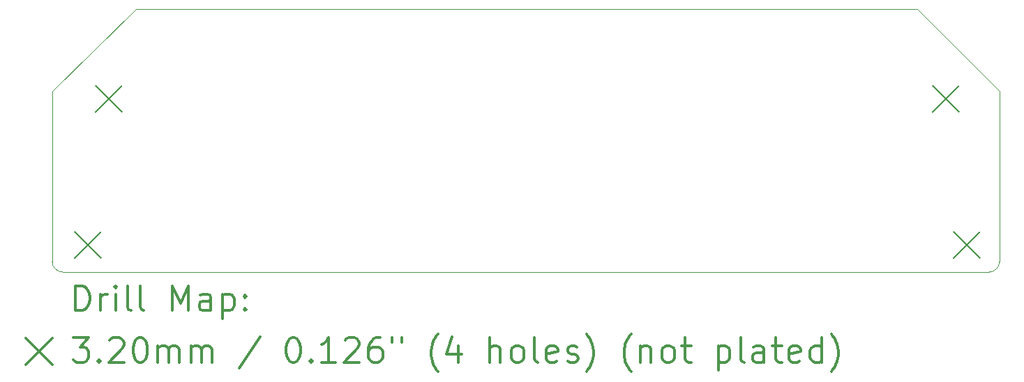
<source format=gbr>
%FSLAX45Y45*%
G04 Gerber Fmt 4.5, Leading zero omitted, Abs format (unit mm)*
G04 Created by KiCad (PCBNEW 5.1.5-1.fc31) date 2020-04-28 16:34:49*
%MOMM*%
%LPD*%
G04 APERTURE LIST*
%TA.AperFunction,Profile*%
%ADD10C,0.050000*%
%TD*%
%ADD11C,0.200000*%
%ADD12C,0.300000*%
G04 APERTURE END LIST*
D10*
X2667000Y-5740400D02*
G75*
G02X2540000Y-5613400I0J127000D01*
G01*
X14038580Y-5613400D02*
G75*
G02X13911580Y-5740400I-127000J0D01*
G01*
X14038580Y-3540000D02*
X13038580Y-2540000D01*
X3556000Y-2540000D02*
X2540000Y-3540000D01*
X2667000Y-5740400D02*
X13911580Y-5740400D01*
X2540000Y-3540000D02*
X2540000Y-5613400D01*
X14038580Y-3540000D02*
X14038580Y-5613400D01*
X3556000Y-2540000D02*
X13038580Y-2540000D01*
D11*
X2810000Y-5250000D02*
X3130000Y-5570000D01*
X3130000Y-5250000D02*
X2810000Y-5570000D01*
X3064000Y-3472000D02*
X3384000Y-3792000D01*
X3384000Y-3472000D02*
X3064000Y-3792000D01*
X13478000Y-5250000D02*
X13798000Y-5570000D01*
X13798000Y-5250000D02*
X13478000Y-5570000D01*
X13224000Y-3472000D02*
X13544000Y-3792000D01*
X13544000Y-3472000D02*
X13224000Y-3792000D01*
D12*
X2823928Y-6208614D02*
X2823928Y-5908614D01*
X2895357Y-5908614D01*
X2938214Y-5922900D01*
X2966786Y-5951471D01*
X2981071Y-5980043D01*
X2995357Y-6037186D01*
X2995357Y-6080043D01*
X2981071Y-6137186D01*
X2966786Y-6165757D01*
X2938214Y-6194329D01*
X2895357Y-6208614D01*
X2823928Y-6208614D01*
X3123928Y-6208614D02*
X3123928Y-6008614D01*
X3123928Y-6065757D02*
X3138214Y-6037186D01*
X3152500Y-6022900D01*
X3181071Y-6008614D01*
X3209643Y-6008614D01*
X3309643Y-6208614D02*
X3309643Y-6008614D01*
X3309643Y-5908614D02*
X3295357Y-5922900D01*
X3309643Y-5937186D01*
X3323928Y-5922900D01*
X3309643Y-5908614D01*
X3309643Y-5937186D01*
X3495357Y-6208614D02*
X3466786Y-6194329D01*
X3452500Y-6165757D01*
X3452500Y-5908614D01*
X3652500Y-6208614D02*
X3623928Y-6194329D01*
X3609643Y-6165757D01*
X3609643Y-5908614D01*
X3995357Y-6208614D02*
X3995357Y-5908614D01*
X4095357Y-6122900D01*
X4195357Y-5908614D01*
X4195357Y-6208614D01*
X4466786Y-6208614D02*
X4466786Y-6051471D01*
X4452500Y-6022900D01*
X4423928Y-6008614D01*
X4366786Y-6008614D01*
X4338214Y-6022900D01*
X4466786Y-6194329D02*
X4438214Y-6208614D01*
X4366786Y-6208614D01*
X4338214Y-6194329D01*
X4323928Y-6165757D01*
X4323928Y-6137186D01*
X4338214Y-6108614D01*
X4366786Y-6094329D01*
X4438214Y-6094329D01*
X4466786Y-6080043D01*
X4609643Y-6008614D02*
X4609643Y-6308614D01*
X4609643Y-6022900D02*
X4638214Y-6008614D01*
X4695357Y-6008614D01*
X4723928Y-6022900D01*
X4738214Y-6037186D01*
X4752500Y-6065757D01*
X4752500Y-6151471D01*
X4738214Y-6180043D01*
X4723928Y-6194329D01*
X4695357Y-6208614D01*
X4638214Y-6208614D01*
X4609643Y-6194329D01*
X4881071Y-6180043D02*
X4895357Y-6194329D01*
X4881071Y-6208614D01*
X4866786Y-6194329D01*
X4881071Y-6180043D01*
X4881071Y-6208614D01*
X4881071Y-6022900D02*
X4895357Y-6037186D01*
X4881071Y-6051471D01*
X4866786Y-6037186D01*
X4881071Y-6022900D01*
X4881071Y-6051471D01*
X2217500Y-6542900D02*
X2537500Y-6862900D01*
X2537500Y-6542900D02*
X2217500Y-6862900D01*
X2795357Y-6538614D02*
X2981071Y-6538614D01*
X2881071Y-6652900D01*
X2923928Y-6652900D01*
X2952500Y-6667186D01*
X2966786Y-6681471D01*
X2981071Y-6710043D01*
X2981071Y-6781471D01*
X2966786Y-6810043D01*
X2952500Y-6824329D01*
X2923928Y-6838614D01*
X2838214Y-6838614D01*
X2809643Y-6824329D01*
X2795357Y-6810043D01*
X3109643Y-6810043D02*
X3123928Y-6824329D01*
X3109643Y-6838614D01*
X3095357Y-6824329D01*
X3109643Y-6810043D01*
X3109643Y-6838614D01*
X3238214Y-6567186D02*
X3252500Y-6552900D01*
X3281071Y-6538614D01*
X3352500Y-6538614D01*
X3381071Y-6552900D01*
X3395357Y-6567186D01*
X3409643Y-6595757D01*
X3409643Y-6624329D01*
X3395357Y-6667186D01*
X3223928Y-6838614D01*
X3409643Y-6838614D01*
X3595357Y-6538614D02*
X3623928Y-6538614D01*
X3652500Y-6552900D01*
X3666786Y-6567186D01*
X3681071Y-6595757D01*
X3695357Y-6652900D01*
X3695357Y-6724329D01*
X3681071Y-6781471D01*
X3666786Y-6810043D01*
X3652500Y-6824329D01*
X3623928Y-6838614D01*
X3595357Y-6838614D01*
X3566786Y-6824329D01*
X3552500Y-6810043D01*
X3538214Y-6781471D01*
X3523928Y-6724329D01*
X3523928Y-6652900D01*
X3538214Y-6595757D01*
X3552500Y-6567186D01*
X3566786Y-6552900D01*
X3595357Y-6538614D01*
X3823928Y-6838614D02*
X3823928Y-6638614D01*
X3823928Y-6667186D02*
X3838214Y-6652900D01*
X3866786Y-6638614D01*
X3909643Y-6638614D01*
X3938214Y-6652900D01*
X3952500Y-6681471D01*
X3952500Y-6838614D01*
X3952500Y-6681471D02*
X3966786Y-6652900D01*
X3995357Y-6638614D01*
X4038214Y-6638614D01*
X4066786Y-6652900D01*
X4081071Y-6681471D01*
X4081071Y-6838614D01*
X4223928Y-6838614D02*
X4223928Y-6638614D01*
X4223928Y-6667186D02*
X4238214Y-6652900D01*
X4266786Y-6638614D01*
X4309643Y-6638614D01*
X4338214Y-6652900D01*
X4352500Y-6681471D01*
X4352500Y-6838614D01*
X4352500Y-6681471D02*
X4366786Y-6652900D01*
X4395357Y-6638614D01*
X4438214Y-6638614D01*
X4466786Y-6652900D01*
X4481071Y-6681471D01*
X4481071Y-6838614D01*
X5066786Y-6524329D02*
X4809643Y-6910043D01*
X5452500Y-6538614D02*
X5481071Y-6538614D01*
X5509643Y-6552900D01*
X5523928Y-6567186D01*
X5538214Y-6595757D01*
X5552500Y-6652900D01*
X5552500Y-6724329D01*
X5538214Y-6781471D01*
X5523928Y-6810043D01*
X5509643Y-6824329D01*
X5481071Y-6838614D01*
X5452500Y-6838614D01*
X5423928Y-6824329D01*
X5409643Y-6810043D01*
X5395357Y-6781471D01*
X5381071Y-6724329D01*
X5381071Y-6652900D01*
X5395357Y-6595757D01*
X5409643Y-6567186D01*
X5423928Y-6552900D01*
X5452500Y-6538614D01*
X5681071Y-6810043D02*
X5695357Y-6824329D01*
X5681071Y-6838614D01*
X5666786Y-6824329D01*
X5681071Y-6810043D01*
X5681071Y-6838614D01*
X5981071Y-6838614D02*
X5809643Y-6838614D01*
X5895357Y-6838614D02*
X5895357Y-6538614D01*
X5866786Y-6581471D01*
X5838214Y-6610043D01*
X5809643Y-6624329D01*
X6095357Y-6567186D02*
X6109643Y-6552900D01*
X6138214Y-6538614D01*
X6209643Y-6538614D01*
X6238214Y-6552900D01*
X6252500Y-6567186D01*
X6266786Y-6595757D01*
X6266786Y-6624329D01*
X6252500Y-6667186D01*
X6081071Y-6838614D01*
X6266786Y-6838614D01*
X6523928Y-6538614D02*
X6466786Y-6538614D01*
X6438214Y-6552900D01*
X6423928Y-6567186D01*
X6395357Y-6610043D01*
X6381071Y-6667186D01*
X6381071Y-6781471D01*
X6395357Y-6810043D01*
X6409643Y-6824329D01*
X6438214Y-6838614D01*
X6495357Y-6838614D01*
X6523928Y-6824329D01*
X6538214Y-6810043D01*
X6552500Y-6781471D01*
X6552500Y-6710043D01*
X6538214Y-6681471D01*
X6523928Y-6667186D01*
X6495357Y-6652900D01*
X6438214Y-6652900D01*
X6409643Y-6667186D01*
X6395357Y-6681471D01*
X6381071Y-6710043D01*
X6666786Y-6538614D02*
X6666786Y-6595757D01*
X6781071Y-6538614D02*
X6781071Y-6595757D01*
X7223928Y-6952900D02*
X7209643Y-6938614D01*
X7181071Y-6895757D01*
X7166786Y-6867186D01*
X7152500Y-6824329D01*
X7138214Y-6752900D01*
X7138214Y-6695757D01*
X7152500Y-6624329D01*
X7166786Y-6581471D01*
X7181071Y-6552900D01*
X7209643Y-6510043D01*
X7223928Y-6495757D01*
X7466786Y-6638614D02*
X7466786Y-6838614D01*
X7395357Y-6524329D02*
X7323928Y-6738614D01*
X7509643Y-6738614D01*
X7852500Y-6838614D02*
X7852500Y-6538614D01*
X7981071Y-6838614D02*
X7981071Y-6681471D01*
X7966786Y-6652900D01*
X7938214Y-6638614D01*
X7895357Y-6638614D01*
X7866786Y-6652900D01*
X7852500Y-6667186D01*
X8166786Y-6838614D02*
X8138214Y-6824329D01*
X8123928Y-6810043D01*
X8109643Y-6781471D01*
X8109643Y-6695757D01*
X8123928Y-6667186D01*
X8138214Y-6652900D01*
X8166786Y-6638614D01*
X8209643Y-6638614D01*
X8238214Y-6652900D01*
X8252500Y-6667186D01*
X8266786Y-6695757D01*
X8266786Y-6781471D01*
X8252500Y-6810043D01*
X8238214Y-6824329D01*
X8209643Y-6838614D01*
X8166786Y-6838614D01*
X8438214Y-6838614D02*
X8409643Y-6824329D01*
X8395357Y-6795757D01*
X8395357Y-6538614D01*
X8666786Y-6824329D02*
X8638214Y-6838614D01*
X8581071Y-6838614D01*
X8552500Y-6824329D01*
X8538214Y-6795757D01*
X8538214Y-6681471D01*
X8552500Y-6652900D01*
X8581071Y-6638614D01*
X8638214Y-6638614D01*
X8666786Y-6652900D01*
X8681071Y-6681471D01*
X8681071Y-6710043D01*
X8538214Y-6738614D01*
X8795357Y-6824329D02*
X8823928Y-6838614D01*
X8881071Y-6838614D01*
X8909643Y-6824329D01*
X8923928Y-6795757D01*
X8923928Y-6781471D01*
X8909643Y-6752900D01*
X8881071Y-6738614D01*
X8838214Y-6738614D01*
X8809643Y-6724329D01*
X8795357Y-6695757D01*
X8795357Y-6681471D01*
X8809643Y-6652900D01*
X8838214Y-6638614D01*
X8881071Y-6638614D01*
X8909643Y-6652900D01*
X9023928Y-6952900D02*
X9038214Y-6938614D01*
X9066786Y-6895757D01*
X9081071Y-6867186D01*
X9095357Y-6824329D01*
X9109643Y-6752900D01*
X9109643Y-6695757D01*
X9095357Y-6624329D01*
X9081071Y-6581471D01*
X9066786Y-6552900D01*
X9038214Y-6510043D01*
X9023928Y-6495757D01*
X9566786Y-6952900D02*
X9552500Y-6938614D01*
X9523928Y-6895757D01*
X9509643Y-6867186D01*
X9495357Y-6824329D01*
X9481071Y-6752900D01*
X9481071Y-6695757D01*
X9495357Y-6624329D01*
X9509643Y-6581471D01*
X9523928Y-6552900D01*
X9552500Y-6510043D01*
X9566786Y-6495757D01*
X9681071Y-6638614D02*
X9681071Y-6838614D01*
X9681071Y-6667186D02*
X9695357Y-6652900D01*
X9723928Y-6638614D01*
X9766786Y-6638614D01*
X9795357Y-6652900D01*
X9809643Y-6681471D01*
X9809643Y-6838614D01*
X9995357Y-6838614D02*
X9966786Y-6824329D01*
X9952500Y-6810043D01*
X9938214Y-6781471D01*
X9938214Y-6695757D01*
X9952500Y-6667186D01*
X9966786Y-6652900D01*
X9995357Y-6638614D01*
X10038214Y-6638614D01*
X10066786Y-6652900D01*
X10081071Y-6667186D01*
X10095357Y-6695757D01*
X10095357Y-6781471D01*
X10081071Y-6810043D01*
X10066786Y-6824329D01*
X10038214Y-6838614D01*
X9995357Y-6838614D01*
X10181071Y-6638614D02*
X10295357Y-6638614D01*
X10223928Y-6538614D02*
X10223928Y-6795757D01*
X10238214Y-6824329D01*
X10266786Y-6838614D01*
X10295357Y-6838614D01*
X10623928Y-6638614D02*
X10623928Y-6938614D01*
X10623928Y-6652900D02*
X10652500Y-6638614D01*
X10709643Y-6638614D01*
X10738214Y-6652900D01*
X10752500Y-6667186D01*
X10766786Y-6695757D01*
X10766786Y-6781471D01*
X10752500Y-6810043D01*
X10738214Y-6824329D01*
X10709643Y-6838614D01*
X10652500Y-6838614D01*
X10623928Y-6824329D01*
X10938214Y-6838614D02*
X10909643Y-6824329D01*
X10895357Y-6795757D01*
X10895357Y-6538614D01*
X11181071Y-6838614D02*
X11181071Y-6681471D01*
X11166786Y-6652900D01*
X11138214Y-6638614D01*
X11081071Y-6638614D01*
X11052500Y-6652900D01*
X11181071Y-6824329D02*
X11152500Y-6838614D01*
X11081071Y-6838614D01*
X11052500Y-6824329D01*
X11038214Y-6795757D01*
X11038214Y-6767186D01*
X11052500Y-6738614D01*
X11081071Y-6724329D01*
X11152500Y-6724329D01*
X11181071Y-6710043D01*
X11281071Y-6638614D02*
X11395357Y-6638614D01*
X11323928Y-6538614D02*
X11323928Y-6795757D01*
X11338214Y-6824329D01*
X11366786Y-6838614D01*
X11395357Y-6838614D01*
X11609643Y-6824329D02*
X11581071Y-6838614D01*
X11523928Y-6838614D01*
X11495357Y-6824329D01*
X11481071Y-6795757D01*
X11481071Y-6681471D01*
X11495357Y-6652900D01*
X11523928Y-6638614D01*
X11581071Y-6638614D01*
X11609643Y-6652900D01*
X11623928Y-6681471D01*
X11623928Y-6710043D01*
X11481071Y-6738614D01*
X11881071Y-6838614D02*
X11881071Y-6538614D01*
X11881071Y-6824329D02*
X11852500Y-6838614D01*
X11795357Y-6838614D01*
X11766786Y-6824329D01*
X11752500Y-6810043D01*
X11738214Y-6781471D01*
X11738214Y-6695757D01*
X11752500Y-6667186D01*
X11766786Y-6652900D01*
X11795357Y-6638614D01*
X11852500Y-6638614D01*
X11881071Y-6652900D01*
X11995357Y-6952900D02*
X12009643Y-6938614D01*
X12038214Y-6895757D01*
X12052500Y-6867186D01*
X12066786Y-6824329D01*
X12081071Y-6752900D01*
X12081071Y-6695757D01*
X12066786Y-6624329D01*
X12052500Y-6581471D01*
X12038214Y-6552900D01*
X12009643Y-6510043D01*
X11995357Y-6495757D01*
M02*

</source>
